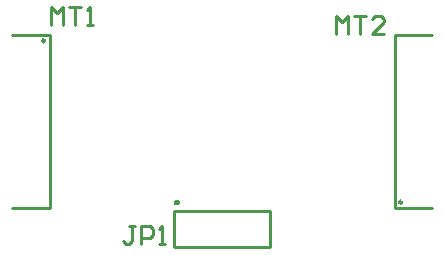
<source format=gto>
G04*
G04 #@! TF.GenerationSoftware,Altium Limited,Altium Designer,20.0.13 (296)*
G04*
G04 Layer_Color=65535*
%FSLAX25Y25*%
%MOIN*%
G70*
G01*
G75*
%ADD10C,0.01968*%
%ADD11C,0.01000*%
D10*
X195000Y143000D02*
G03*
X195000Y143000I-79J0D01*
G01*
D11*
X150992Y196937D02*
G03*
X150992Y196937I-492J0D01*
G01*
X269992Y143063D02*
G03*
X269992Y143063I-492J0D01*
G01*
X194000Y128000D02*
Y140000D01*
Y128000D02*
X226000D01*
Y140000D01*
X194000D02*
X226000D01*
X152500Y141063D02*
Y198937D01*
X140000D02*
X152500D01*
X140000Y141063D02*
X152500D01*
X267500Y198937D02*
X280000D01*
X267500Y141063D02*
X280000D01*
X267500D02*
Y198937D01*
X181001Y134999D02*
X179002D01*
X180001D01*
Y130001D01*
X179002Y129001D01*
X178002D01*
X177002Y130001D01*
X183000Y129001D02*
Y134999D01*
X185999D01*
X186999Y133999D01*
Y132000D01*
X185999Y131000D01*
X183000D01*
X188998Y129001D02*
X190998D01*
X189998D01*
Y134999D01*
X188998Y133999D01*
X153002Y202001D02*
Y207999D01*
X155002Y206000D01*
X157001Y207999D01*
Y202001D01*
X159000Y207999D02*
X162999D01*
X161000D01*
Y202001D01*
X164998D02*
X166998D01*
X165998D01*
Y207999D01*
X164998Y206999D01*
X248003Y199001D02*
Y204999D01*
X250002Y203000D01*
X252001Y204999D01*
Y199001D01*
X254001Y204999D02*
X257999D01*
X256000D01*
Y199001D01*
X263997D02*
X259999D01*
X263997Y203000D01*
Y203999D01*
X262998Y204999D01*
X260998D01*
X259999Y203999D01*
M02*

</source>
